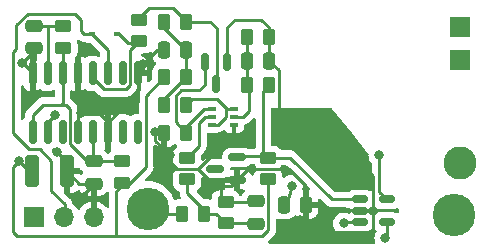
<source format=gbl>
G04 #@! TF.GenerationSoftware,KiCad,Pcbnew,5.99.0-unknown-50e22de3ba~95~ubuntu20.04.1*
G04 #@! TF.CreationDate,2021-01-20T19:31:25+09:00*
G04 #@! TF.ProjectId,OpenRover-4,4f70656e-526f-4766-9572-2d342e6b6963,rev?*
G04 #@! TF.SameCoordinates,Original*
G04 #@! TF.FileFunction,Copper,L2,Bot*
G04 #@! TF.FilePolarity,Positive*
%FSLAX46Y46*%
G04 Gerber Fmt 4.6, Leading zero omitted, Abs format (unit mm)*
G04 Created by KiCad (PCBNEW 5.99.0-unknown-50e22de3ba~95~ubuntu20.04.1) date 2021-01-20 19:31:25*
%MOMM*%
%LPD*%
G01*
G04 APERTURE LIST*
G04 Aperture macros list*
%AMRoundRect*
0 Rectangle with rounded corners*
0 $1 Rounding radius*
0 $2 $3 $4 $5 $6 $7 $8 $9 X,Y pos of 4 corners*
0 Add a 4 corners polygon primitive as box body*
4,1,4,$2,$3,$4,$5,$6,$7,$8,$9,$2,$3,0*
0 Add four circle primitives for the rounded corners*
1,1,$1+$1,$2,$3*
1,1,$1+$1,$4,$5*
1,1,$1+$1,$6,$7*
1,1,$1+$1,$8,$9*
0 Add four rect primitives between the rounded corners*
20,1,$1+$1,$2,$3,$4,$5,0*
20,1,$1+$1,$4,$5,$6,$7,0*
20,1,$1+$1,$6,$7,$8,$9,0*
20,1,$1+$1,$8,$9,$2,$3,0*%
G04 Aperture macros list end*
G04 #@! TA.AperFunction,ComponentPad*
%ADD10C,2.800000*%
G04 #@! TD*
G04 #@! TA.AperFunction,ComponentPad*
%ADD11C,3.600000*%
G04 #@! TD*
G04 #@! TA.AperFunction,ComponentPad*
%ADD12R,1.700000X1.700000*%
G04 #@! TD*
G04 #@! TA.AperFunction,ComponentPad*
%ADD13O,1.700000X1.700000*%
G04 #@! TD*
G04 #@! TA.AperFunction,SMDPad,CuDef*
%ADD14RoundRect,0.250000X-0.262500X-0.450000X0.262500X-0.450000X0.262500X0.450000X-0.262500X0.450000X0*%
G04 #@! TD*
G04 #@! TA.AperFunction,SMDPad,CuDef*
%ADD15RoundRect,0.250000X0.450000X-0.262500X0.450000X0.262500X-0.450000X0.262500X-0.450000X-0.262500X0*%
G04 #@! TD*
G04 #@! TA.AperFunction,SMDPad,CuDef*
%ADD16R,0.650000X0.400000*%
G04 #@! TD*
G04 #@! TA.AperFunction,SMDPad,CuDef*
%ADD17RoundRect,0.250000X-0.475000X0.250000X-0.475000X-0.250000X0.475000X-0.250000X0.475000X0.250000X0*%
G04 #@! TD*
G04 #@! TA.AperFunction,SMDPad,CuDef*
%ADD18RoundRect,0.250000X-0.250000X-0.475000X0.250000X-0.475000X0.250000X0.475000X-0.250000X0.475000X0*%
G04 #@! TD*
G04 #@! TA.AperFunction,SMDPad,CuDef*
%ADD19RoundRect,0.150000X-0.512500X-0.150000X0.512500X-0.150000X0.512500X0.150000X-0.512500X0.150000X0*%
G04 #@! TD*
G04 #@! TA.AperFunction,SMDPad,CuDef*
%ADD20RoundRect,0.250000X0.475000X-0.250000X0.475000X0.250000X-0.475000X0.250000X-0.475000X-0.250000X0*%
G04 #@! TD*
G04 #@! TA.AperFunction,SMDPad,CuDef*
%ADD21RoundRect,0.150000X-0.150000X0.587500X-0.150000X-0.587500X0.150000X-0.587500X0.150000X0.587500X0*%
G04 #@! TD*
G04 #@! TA.AperFunction,SMDPad,CuDef*
%ADD22RoundRect,0.250000X0.262500X0.450000X-0.262500X0.450000X-0.262500X-0.450000X0.262500X-0.450000X0*%
G04 #@! TD*
G04 #@! TA.AperFunction,SMDPad,CuDef*
%ADD23RoundRect,0.150000X-0.150000X0.825000X-0.150000X-0.825000X0.150000X-0.825000X0.150000X0.825000X0*%
G04 #@! TD*
G04 #@! TA.AperFunction,SMDPad,CuDef*
%ADD24R,0.600000X0.450000*%
G04 #@! TD*
G04 #@! TA.AperFunction,SMDPad,CuDef*
%ADD25RoundRect,0.250000X0.250000X0.475000X-0.250000X0.475000X-0.250000X-0.475000X0.250000X-0.475000X0*%
G04 #@! TD*
G04 #@! TA.AperFunction,SMDPad,CuDef*
%ADD26RoundRect,0.150000X0.587500X0.150000X-0.587500X0.150000X-0.587500X-0.150000X0.587500X-0.150000X0*%
G04 #@! TD*
G04 #@! TA.AperFunction,SMDPad,CuDef*
%ADD27RoundRect,0.250000X-0.325000X-1.100000X0.325000X-1.100000X0.325000X1.100000X-0.325000X1.100000X0*%
G04 #@! TD*
G04 #@! TA.AperFunction,SMDPad,CuDef*
%ADD28RoundRect,0.250000X-0.450000X0.262500X-0.450000X-0.262500X0.450000X-0.262500X0.450000X0.262500X0*%
G04 #@! TD*
G04 #@! TA.AperFunction,ViaPad*
%ADD29C,0.800000*%
G04 #@! TD*
G04 #@! TA.AperFunction,Conductor*
%ADD30C,0.250000*%
G04 #@! TD*
G04 APERTURE END LIST*
D10*
X164600000Y-70650000D03*
D11*
X164100000Y-75075000D03*
X138176000Y-74500000D03*
D12*
X128500000Y-75250000D03*
D13*
X131040000Y-75250000D03*
X133580000Y-75250000D03*
D12*
X164620000Y-59166000D03*
X164620000Y-61960000D03*
D14*
X141073500Y-74930000D03*
X142898500Y-74930000D03*
D15*
X135946000Y-72334000D03*
X135946000Y-70509000D03*
D16*
X145450000Y-66100000D03*
X145450000Y-66750000D03*
X145450000Y-67400000D03*
X143550000Y-67400000D03*
X143550000Y-66750000D03*
X143550000Y-66100000D03*
D14*
X139549500Y-65737500D03*
X141374500Y-65737500D03*
D17*
X133570000Y-70491500D03*
X133570000Y-72391500D03*
D18*
X146550000Y-62000000D03*
X148450000Y-62000000D03*
D15*
X131000000Y-60912500D03*
X131000000Y-59087500D03*
X144765000Y-75764000D03*
X144765000Y-73939000D03*
D19*
X156112500Y-75626000D03*
X156112500Y-74676000D03*
X156112500Y-73726000D03*
X158387500Y-73726000D03*
X158387500Y-75626000D03*
D20*
X147320000Y-75801500D03*
X147320000Y-73901500D03*
D15*
X148336000Y-72032500D03*
X148336000Y-70207500D03*
D21*
X143000000Y-62062500D03*
X144900000Y-62062500D03*
X143950000Y-63937500D03*
D22*
X141374500Y-63403000D03*
X139549500Y-63403000D03*
D18*
X149672000Y-74168000D03*
X151572000Y-74168000D03*
D22*
X148387500Y-64050000D03*
X146562500Y-64050000D03*
D15*
X137414000Y-60348500D03*
X137414000Y-58523500D03*
D14*
X139549500Y-58674000D03*
X141374500Y-58674000D03*
D23*
X128397000Y-63057000D03*
X129667000Y-63057000D03*
X130937000Y-63057000D03*
X132207000Y-63057000D03*
X133477000Y-63057000D03*
X134747000Y-63057000D03*
X136017000Y-63057000D03*
X137287000Y-63057000D03*
X137287000Y-68007000D03*
X136017000Y-68007000D03*
X134747000Y-68007000D03*
X133477000Y-68007000D03*
X132207000Y-68007000D03*
X130937000Y-68007000D03*
X129667000Y-68007000D03*
X128397000Y-68007000D03*
D24*
X135560000Y-59750000D03*
X133460000Y-59750000D03*
D14*
X146587500Y-60000000D03*
X148412500Y-60000000D03*
D25*
X141412000Y-61038500D03*
X139512000Y-61038500D03*
D26*
X145717500Y-70170000D03*
X145717500Y-72070000D03*
X143842500Y-71120000D03*
D22*
X141374500Y-68072000D03*
X139549500Y-68072000D03*
D27*
X128368000Y-71341500D03*
X131318000Y-71341500D03*
D28*
X141478000Y-70207500D03*
X141478000Y-72032500D03*
D17*
X128500000Y-59050000D03*
X128500000Y-60950000D03*
D29*
X150368000Y-72555800D03*
X132500000Y-66390200D03*
X127481000Y-62208000D03*
X138750000Y-68000000D03*
X157250000Y-74750000D03*
X130313000Y-66559400D03*
X140000000Y-70000000D03*
X153670000Y-67056000D03*
X149000000Y-67000000D03*
X137750000Y-62250000D03*
X151000000Y-75500000D03*
X130500000Y-69750000D03*
X144365000Y-72557800D03*
X132720000Y-73522100D03*
X137000000Y-65750000D03*
X127250000Y-70500000D03*
X158250000Y-77000000D03*
X154750000Y-75750000D03*
X157750000Y-70000000D03*
D30*
X149863000Y-74168000D02*
X149672000Y-74168000D01*
X150368000Y-72555800D02*
X149863000Y-74168000D01*
X129667000Y-63057000D02*
X129667000Y-59167000D01*
X129667000Y-59167000D02*
X129550000Y-59050000D01*
X131000000Y-59087500D02*
X130962500Y-59050000D01*
X130962500Y-59050000D02*
X128500000Y-59050000D01*
X136250000Y-65750000D02*
X137000000Y-65750000D01*
X142433000Y-71120000D02*
X140620000Y-71120000D01*
X145717500Y-72070400D02*
X145717500Y-72070000D01*
X139549500Y-68071500D02*
X139549500Y-68072000D01*
X130500000Y-69750000D02*
X131318000Y-70568000D01*
X157250000Y-76250000D02*
X157000000Y-76500000D01*
X138822000Y-68072000D02*
X139549500Y-68072000D01*
X145500000Y-58500000D02*
X147750000Y-58500000D01*
X138750000Y-68750000D02*
X138750000Y-68000000D01*
X137750000Y-62250000D02*
X138961500Y-61038500D01*
X153670000Y-68170000D02*
X154000000Y-68500000D01*
X133670000Y-75169500D02*
X133500500Y-75000000D01*
X152000000Y-76500000D02*
X151000000Y-75500000D01*
X134102600Y-66500000D02*
X134747000Y-67144400D01*
X138750000Y-68000000D02*
X138822000Y-68072000D01*
X128500000Y-61189000D02*
X127481000Y-62208000D01*
X137832000Y-62332000D02*
X137832000Y-62512100D01*
X134747000Y-67541800D02*
X134747000Y-68007000D01*
X130313000Y-66559400D02*
X129667000Y-67205500D01*
X132367700Y-66500000D02*
X134102600Y-66500000D01*
X145718000Y-72070000D02*
X146668000Y-71120000D01*
X153670000Y-67056000D02*
X153670000Y-68170000D01*
X137832000Y-62512100D02*
X137287000Y-63057000D01*
X131318000Y-70568000D02*
X131318000Y-71341500D01*
X144765000Y-73939000D02*
X147282000Y-73939000D01*
X144197000Y-72390000D02*
X143703000Y-72390000D01*
X148412500Y-59162500D02*
X148412500Y-60000000D01*
X157000000Y-76500000D02*
X152000000Y-76500000D01*
X140000000Y-70500000D02*
X140000000Y-70000000D01*
X148450000Y-60037500D02*
X148412500Y-60000000D01*
X145474000Y-72313900D02*
X145717500Y-72070400D01*
X147282000Y-73939000D02*
X147320000Y-73901500D01*
X153670000Y-68170000D02*
X157250000Y-71750000D01*
X145230000Y-72557800D02*
X145474000Y-72313900D01*
X137750000Y-62250000D02*
X137832000Y-62332000D01*
X143703000Y-72390000D02*
X142433000Y-71120000D01*
X139549500Y-61001000D02*
X139512000Y-61038500D01*
X156112500Y-74676000D02*
X157176000Y-74676000D01*
X151572000Y-72578000D02*
X151572000Y-74168000D01*
X157176000Y-74676000D02*
X157250000Y-74750000D01*
X132720000Y-73522100D02*
X132720000Y-73241500D01*
X127548000Y-62208000D02*
X128397000Y-63057000D01*
X148450000Y-62000000D02*
X149225020Y-62775020D01*
X149000000Y-67000000D02*
X153614000Y-67000000D01*
X151000000Y-75500000D02*
X151572000Y-74928000D01*
X132207000Y-66097200D02*
X132207000Y-63057000D01*
X144365000Y-72557800D02*
X144053000Y-72870000D01*
X149225020Y-62775020D02*
X149225020Y-66774980D01*
X127481000Y-62208000D02*
X127548000Y-62208000D01*
X132368000Y-72391500D02*
X131318000Y-71341500D01*
X147750000Y-58500000D02*
X148412500Y-59162500D01*
X128500000Y-60950000D02*
X128500000Y-61189000D01*
X133570000Y-72391500D02*
X132720000Y-72391500D01*
X144365000Y-72557800D02*
X144365000Y-73538900D01*
X140000000Y-70000000D02*
X138750000Y-68750000D01*
X134747000Y-68007000D02*
X134747000Y-67541800D01*
X146668000Y-71120000D02*
X150114000Y-71120000D01*
X129667000Y-67205500D02*
X129667000Y-68007000D01*
X139549500Y-68071500D02*
X139550000Y-68072000D01*
X144365000Y-72557800D02*
X144197000Y-72390000D01*
X137287000Y-65463000D02*
X137287000Y-63057000D01*
X144365000Y-73538900D02*
X144765000Y-73939000D01*
X145450000Y-67400000D02*
X145450000Y-68103000D01*
X145474000Y-72313900D02*
X145718000Y-72070000D01*
X132720000Y-72391500D02*
X132368000Y-72391500D01*
X151572000Y-74928000D02*
X151572000Y-74168000D01*
X149225020Y-66774980D02*
X149000000Y-67000000D01*
X140620000Y-71120000D02*
X140000000Y-70500000D01*
X132207000Y-66660700D02*
X132367700Y-66500000D01*
X138961500Y-61038500D02*
X139512000Y-61038500D01*
X132229500Y-66660700D02*
X132500000Y-66390200D01*
X132207000Y-66660700D02*
X132229500Y-66660700D01*
X134747000Y-67253000D02*
X136250000Y-65750000D01*
X157250000Y-76250000D02*
X157250000Y-74750000D01*
X132500000Y-66390200D02*
X132207000Y-66097200D01*
X137000000Y-65750000D02*
X137287000Y-65463000D01*
X132720000Y-73241500D02*
X133570000Y-72391500D01*
X153614000Y-67000000D02*
X153670000Y-67056000D01*
X132207000Y-66660700D02*
X132207000Y-68007000D01*
X157250000Y-71750000D02*
X157250000Y-74750000D01*
X144802000Y-73901500D02*
X144765000Y-73939000D01*
X134747000Y-67541800D02*
X134747000Y-67253000D01*
X144365000Y-72557800D02*
X145230000Y-72557800D01*
X139492000Y-68014000D02*
X139549500Y-68071500D01*
X145450000Y-68103000D02*
X142433000Y-71120000D01*
X133500500Y-75000000D02*
X133000000Y-75000000D01*
X150114000Y-71120000D02*
X151572000Y-72578000D01*
X134747000Y-67144400D02*
X134747000Y-67541800D01*
X144900000Y-62062500D02*
X144900000Y-59100000D01*
X148450000Y-62000000D02*
X148450000Y-60037500D01*
X144900000Y-59100000D02*
X145500000Y-58500000D01*
X135928500Y-70491500D02*
X135946000Y-70509000D01*
X128397000Y-68007000D02*
X128397000Y-66603000D01*
X133477000Y-68007000D02*
X133477000Y-70398500D01*
X132998000Y-70491500D02*
X133570000Y-70491500D01*
X130502000Y-65711400D02*
X131211400Y-65711400D01*
X130937000Y-63057000D02*
X130937000Y-62563000D01*
X130788600Y-65711400D02*
X130502000Y-65711400D01*
X131000000Y-62994000D02*
X130937000Y-63057000D01*
X130937000Y-65563000D02*
X130788600Y-65711400D01*
X131000000Y-60912500D02*
X131000000Y-62994000D01*
X131211400Y-65711400D02*
X131572000Y-66072000D01*
X133477000Y-70398500D02*
X133570000Y-70491500D01*
X130937000Y-63057000D02*
X130937000Y-65563000D01*
X133570000Y-70491500D02*
X135928500Y-70491500D01*
X131572000Y-66072000D02*
X131572000Y-69065900D01*
X128397000Y-66603000D02*
X129288600Y-65711400D01*
X131572000Y-69065900D02*
X132998000Y-70491500D01*
X129288600Y-65711400D02*
X130502000Y-65711400D01*
X148370000Y-72066500D02*
X148370000Y-76344600D01*
X136500000Y-72500000D02*
X136112000Y-72500000D01*
X128091500Y-71341500D02*
X128368000Y-71341500D01*
X127115852Y-76865852D02*
X135634148Y-76865852D01*
X139549500Y-63403000D02*
X139597000Y-63403000D01*
X139512000Y-63365500D02*
X139549500Y-63403000D01*
X139550000Y-63403000D02*
X139549700Y-63403200D01*
X135946000Y-72554000D02*
X135500000Y-73000000D01*
X127115852Y-76865852D02*
X130459552Y-76865852D01*
X135500000Y-76731704D02*
X135634148Y-76865852D01*
X148336000Y-72032500D02*
X148370000Y-72066500D01*
X148370000Y-76344600D02*
X147848748Y-76865852D01*
X135946000Y-72334000D02*
X135946000Y-72554000D01*
X128368000Y-71341500D02*
X128590000Y-71563500D01*
X138000000Y-64952500D02*
X138000000Y-71000000D01*
X126750000Y-71000000D02*
X126750000Y-76500000D01*
X139549500Y-63403000D02*
X139549700Y-63403200D01*
X138000000Y-71000000D02*
X136500000Y-72500000D01*
X127250000Y-70500000D02*
X128091500Y-71341500D01*
X147848748Y-76865852D02*
X135634148Y-76865852D01*
X126750000Y-76500000D02*
X127115852Y-76865852D01*
X148409000Y-72105800D02*
X148336000Y-72032500D01*
X135500000Y-73000000D02*
X135500000Y-76731704D01*
X138000000Y-64952500D02*
X139549500Y-63403000D01*
X128368000Y-71341500D02*
X128368000Y-71215900D01*
X135412000Y-72334000D02*
X135946000Y-72334000D01*
X136112000Y-72500000D02*
X135946000Y-72334000D01*
X127250000Y-70500000D02*
X126750000Y-71000000D01*
X137414000Y-58336000D02*
X138250000Y-57500000D01*
X137414000Y-58523500D02*
X137414000Y-58336000D01*
X137414000Y-58523500D02*
X137564000Y-58674000D01*
X143950000Y-63937500D02*
X144000000Y-63887500D01*
X144000000Y-63887500D02*
X144000000Y-59250000D01*
X138250000Y-57500000D02*
X140250000Y-57500000D01*
X141374500Y-58624500D02*
X141374500Y-58674000D01*
X144000000Y-59250000D02*
X143424000Y-58674000D01*
X141374500Y-58674000D02*
X141374000Y-58674000D01*
X143424000Y-58674000D02*
X141374500Y-58674000D01*
X140250000Y-57500000D02*
X141374500Y-58624500D01*
X141752500Y-68450000D02*
X141374500Y-68072000D01*
X142900000Y-66100000D02*
X143550000Y-66100000D01*
X141000000Y-64500000D02*
X142500000Y-64500000D01*
X142500000Y-64500000D02*
X143000000Y-64000000D01*
X141374000Y-68072000D02*
X141374000Y-67921500D01*
X141374000Y-68072000D02*
X141374500Y-68072000D01*
X143000000Y-64000000D02*
X143000000Y-62062500D01*
X143550000Y-66100000D02*
X143550000Y-66050000D01*
X140500000Y-67197500D02*
X140500000Y-65000000D01*
X140500000Y-65000000D02*
X141000000Y-64500000D01*
X141374500Y-68072000D02*
X140500000Y-67197500D01*
X141374500Y-67625500D02*
X142900000Y-66100000D01*
X141374500Y-68072000D02*
X141478000Y-68072000D01*
X141374500Y-68072000D02*
X141374500Y-67625500D01*
X141374500Y-65737500D02*
X141737500Y-65737500D01*
X144100000Y-67400000D02*
X144750000Y-66750000D01*
X143550000Y-67400000D02*
X144100000Y-67400000D01*
X144050000Y-65250000D02*
X141862000Y-65250000D01*
X141374500Y-65737500D02*
X141374000Y-65737500D01*
X144750000Y-66750000D02*
X144750000Y-66250000D01*
X144900000Y-66100000D02*
X144050000Y-65250000D01*
X144900000Y-66100000D02*
X145450000Y-66100000D01*
X144750000Y-66250000D02*
X144900000Y-66100000D01*
X141862000Y-65250000D02*
X141374500Y-65737500D01*
X158387500Y-76862500D02*
X158387500Y-75626000D01*
X158250000Y-77000000D02*
X158387500Y-76862500D01*
X143550000Y-66750000D02*
X143000000Y-66750000D01*
X142500000Y-67250000D02*
X142500000Y-69185500D01*
X142500000Y-69185500D02*
X141478000Y-70207500D01*
X143000000Y-66750000D02*
X142500000Y-67250000D01*
X142500000Y-69185500D02*
X141967750Y-69717750D01*
X150207500Y-70207500D02*
X148336000Y-70207500D01*
X148184000Y-70055500D02*
X148336000Y-70207500D01*
X147912500Y-64525000D02*
X148387500Y-64050000D01*
X148336000Y-70207500D02*
X147912500Y-69784000D01*
X145717500Y-70170000D02*
X145718000Y-70170000D01*
X147305500Y-70055500D02*
X148184000Y-70055500D01*
X145946000Y-70055500D02*
X147305500Y-70055500D01*
X145832000Y-70055500D02*
X145946000Y-70055500D01*
X153726000Y-73726000D02*
X150207500Y-70207500D01*
X147912500Y-69784000D02*
X147912500Y-64525000D01*
X156112500Y-73726000D02*
X153726000Y-73726000D01*
X145718000Y-70170000D02*
X145832000Y-70055500D01*
X135510000Y-59750000D02*
X135750000Y-59750000D01*
X136652000Y-61110500D02*
X136652000Y-64073000D01*
X135750000Y-59750000D02*
X136500000Y-60500000D01*
X137262500Y-60500000D02*
X137414000Y-60348500D01*
X133477000Y-63446700D02*
X133477000Y-63057000D01*
X134442000Y-64411900D02*
X133477000Y-63446700D01*
X137414000Y-60348500D02*
X136652000Y-61110500D01*
X136313000Y-64411900D02*
X134442000Y-64411900D01*
X136500000Y-60500000D02*
X137262500Y-60500000D01*
X136652000Y-64073000D02*
X136313000Y-64411900D01*
X129000000Y-69500000D02*
X130000000Y-70500000D01*
X132500000Y-59500000D02*
X132750000Y-59750000D01*
X126755989Y-68143989D02*
X128112000Y-69500000D01*
X132500000Y-58500000D02*
X132000000Y-58000000D01*
X132000000Y-58000000D02*
X128000000Y-58000000D01*
X132500000Y-59500000D02*
X132500000Y-58500000D01*
X127000000Y-59000000D02*
X127000000Y-61000000D01*
X132750000Y-59750000D02*
X133460000Y-59750000D01*
X131130000Y-74130000D02*
X131130000Y-75169500D01*
X126755989Y-61244011D02*
X126755989Y-68143989D01*
X130000000Y-70500000D02*
X130000000Y-73000000D01*
X127000000Y-61000000D02*
X126755989Y-61244011D01*
X134747000Y-61037000D02*
X133460000Y-59750000D01*
X128000000Y-58000000D02*
X127000000Y-59000000D01*
X128112000Y-69500000D02*
X129000000Y-69500000D01*
X130000000Y-73000000D02*
X131130000Y-74130000D01*
X134747000Y-63057000D02*
X134747000Y-61037000D01*
X138606000Y-74930000D02*
X138176000Y-74500000D01*
X138606000Y-74851500D02*
X138430000Y-74676000D01*
X141152000Y-74851500D02*
X141073500Y-74930000D01*
X141328000Y-74851500D02*
X141152000Y-74851500D01*
X141073500Y-74930000D02*
X138606000Y-74930000D01*
X164338000Y-69850000D02*
X164700000Y-70212000D01*
X164700000Y-70212000D02*
X164700000Y-70530000D01*
X146587500Y-61962500D02*
X146550000Y-62000000D01*
X146412500Y-64250000D02*
X146500000Y-64250000D01*
X146250000Y-66750000D02*
X146750000Y-66250000D01*
X146750000Y-64237500D02*
X146562500Y-64050000D01*
X146750000Y-66250000D02*
X146750000Y-64237500D01*
X146550000Y-62000000D02*
X146550000Y-64037500D01*
X146550000Y-64037500D02*
X146562500Y-64050000D01*
X146587500Y-60000000D02*
X146587500Y-61962500D01*
X145450000Y-66750000D02*
X146250000Y-66750000D01*
X154874000Y-75626000D02*
X154750000Y-75750000D01*
X156112500Y-75626000D02*
X154874000Y-75626000D01*
X139549500Y-58674000D02*
X139550000Y-58674000D01*
X141412000Y-61038500D02*
X141412000Y-63365500D01*
X141412000Y-63365500D02*
X141374300Y-63402800D01*
X139549500Y-65228000D02*
X141374500Y-63403000D01*
X141412000Y-63365500D02*
X141374500Y-63403000D01*
X139550000Y-65737500D02*
X139549700Y-65737700D01*
X141374300Y-63402800D02*
X141374000Y-63403000D01*
X141450500Y-61000000D02*
X141412000Y-61038500D01*
X141412000Y-61038500D02*
X141374000Y-61001000D01*
X139549500Y-65737500D02*
X139549700Y-65737700D01*
X139549500Y-58674000D02*
X139549500Y-58200500D01*
X141374500Y-63403000D02*
X141374300Y-63402800D01*
X139549500Y-58674000D02*
X139549500Y-59176000D01*
X141412000Y-61588000D02*
X141412000Y-61038500D01*
X139549500Y-65737500D02*
X139549500Y-65228000D01*
X139549500Y-59176000D02*
X141412000Y-61038500D01*
X157750000Y-73088500D02*
X158387500Y-73726000D01*
X157750000Y-70000000D02*
X157750000Y-73088500D01*
X142898500Y-74597500D02*
X142898500Y-74930000D01*
X142898500Y-74930000D02*
X143931000Y-74930000D01*
X141478000Y-72032500D02*
X141478000Y-73177000D01*
X144765000Y-75764000D02*
X147282000Y-75764000D01*
X141478000Y-73177000D02*
X142898500Y-74597500D01*
X143931000Y-74930000D02*
X144765000Y-75764000D01*
X147282000Y-75764000D02*
X147320000Y-75801500D01*
X144802000Y-75801500D02*
X144765000Y-75764000D01*
G04 #@! TA.AperFunction,Conductor*
G36*
X151471668Y-72370328D02*
G01*
X151488648Y-72384552D01*
X151845596Y-72741500D01*
X151879620Y-72803811D01*
X151874555Y-72874627D01*
X151851724Y-72913106D01*
X151827671Y-72940865D01*
X151826000Y-72948548D01*
X151826000Y-73895885D01*
X151830475Y-73911124D01*
X151831865Y-73912329D01*
X151839548Y-73914000D01*
X152561885Y-73914000D01*
X152577124Y-73909525D01*
X152578329Y-73908135D01*
X152580000Y-73900452D01*
X152580000Y-73780095D01*
X152600002Y-73711974D01*
X152653658Y-73665481D01*
X152723932Y-73655377D01*
X152788512Y-73684871D01*
X152795095Y-73691000D01*
X153222618Y-74118523D01*
X153229969Y-74126601D01*
X153234027Y-74132995D01*
X153239806Y-74138422D01*
X153239807Y-74138423D01*
X153282862Y-74178854D01*
X153285704Y-74181609D01*
X153306033Y-74201938D01*
X153309453Y-74204590D01*
X153318476Y-74212297D01*
X153350699Y-74242557D01*
X153357643Y-74246374D01*
X153357648Y-74246378D01*
X153368450Y-74252316D01*
X153384977Y-74263172D01*
X153400977Y-74275583D01*
X153408248Y-74278730D01*
X153408249Y-74278730D01*
X153441551Y-74293141D01*
X153452207Y-74298362D01*
X153490952Y-74319662D01*
X153498635Y-74321634D01*
X153498636Y-74321635D01*
X153510568Y-74324699D01*
X153529272Y-74331103D01*
X153540585Y-74335999D01*
X153540592Y-74336001D01*
X153547864Y-74339148D01*
X153555688Y-74340387D01*
X153555691Y-74340388D01*
X153591535Y-74346065D01*
X153603156Y-74348472D01*
X153640218Y-74357987D01*
X153645975Y-74359465D01*
X153646531Y-74359500D01*
X153666452Y-74359500D01*
X153686162Y-74361051D01*
X153698114Y-74362944D01*
X153698115Y-74362944D01*
X153705944Y-74364184D01*
X153713836Y-74363438D01*
X153749582Y-74360059D01*
X153761440Y-74359500D01*
X154846307Y-74359500D01*
X154914428Y-74379502D01*
X154945202Y-74407424D01*
X154952312Y-74416430D01*
X154969793Y-74422000D01*
X155187333Y-74422000D01*
X155243489Y-74438316D01*
X155244479Y-74436212D01*
X155394967Y-74507026D01*
X155402750Y-74508511D01*
X155402754Y-74508512D01*
X155533148Y-74533386D01*
X155533151Y-74533386D01*
X155538989Y-74534500D01*
X156664579Y-74534500D01*
X156723693Y-74527032D01*
X156782141Y-74519649D01*
X156782144Y-74519648D01*
X156790006Y-74518655D01*
X156797372Y-74515738D01*
X156797374Y-74515738D01*
X156937275Y-74460347D01*
X156937277Y-74460346D01*
X156944644Y-74457429D01*
X156960288Y-74446063D01*
X157034348Y-74422000D01*
X157256747Y-74422000D01*
X157271986Y-74417525D01*
X157285242Y-74402227D01*
X157344968Y-74363843D01*
X157415965Y-74363843D01*
X157460782Y-74387654D01*
X157505776Y-74424876D01*
X157519479Y-74436212D01*
X157526652Y-74439587D01*
X157526653Y-74439588D01*
X157544054Y-74447776D01*
X157669967Y-74507026D01*
X157677750Y-74508511D01*
X157677754Y-74508512D01*
X157808148Y-74533386D01*
X157808151Y-74533386D01*
X157813989Y-74534500D01*
X158939579Y-74534500D01*
X158998693Y-74527032D01*
X159057141Y-74519649D01*
X159057144Y-74519648D01*
X159065006Y-74518655D01*
X159072372Y-74515738D01*
X159072374Y-74515738D01*
X159156014Y-74482622D01*
X159219644Y-74457429D01*
X159224882Y-74453624D01*
X159293581Y-74438474D01*
X159360172Y-74463095D01*
X159402880Y-74519809D01*
X159410951Y-74564035D01*
X159410981Y-74591045D01*
X159411205Y-74790363D01*
X159391279Y-74858506D01*
X159337676Y-74905059D01*
X159267413Y-74915242D01*
X159231560Y-74904513D01*
X159105033Y-74844974D01*
X159097250Y-74843489D01*
X159097246Y-74843488D01*
X158966852Y-74818614D01*
X158966849Y-74818614D01*
X158961011Y-74817500D01*
X157835421Y-74817500D01*
X157776307Y-74824968D01*
X157717859Y-74832351D01*
X157717856Y-74832352D01*
X157709994Y-74833345D01*
X157702628Y-74836262D01*
X157702626Y-74836262D01*
X157562725Y-74891653D01*
X157562723Y-74891654D01*
X157555356Y-74894571D01*
X157548945Y-74899229D01*
X157548943Y-74899230D01*
X157526153Y-74915788D01*
X157453094Y-74968868D01*
X157386227Y-74992727D01*
X157317076Y-74976646D01*
X157280139Y-74945008D01*
X157272688Y-74935570D01*
X157255207Y-74930000D01*
X157037667Y-74930000D01*
X156981511Y-74913684D01*
X156980521Y-74915788D01*
X156830033Y-74844974D01*
X156822250Y-74843489D01*
X156822246Y-74843488D01*
X156691852Y-74818614D01*
X156691849Y-74818614D01*
X156686011Y-74817500D01*
X155560421Y-74817500D01*
X155501307Y-74824968D01*
X155442859Y-74832351D01*
X155442856Y-74832352D01*
X155434994Y-74833345D01*
X155427628Y-74836262D01*
X155427626Y-74836262D01*
X155287725Y-74891653D01*
X155287723Y-74891654D01*
X155280356Y-74894571D01*
X155264712Y-74905937D01*
X155190652Y-74930000D01*
X155168654Y-74930000D01*
X155117405Y-74919107D01*
X155038318Y-74883895D01*
X155038317Y-74883895D01*
X155032287Y-74881210D01*
X154938887Y-74861357D01*
X154851944Y-74842876D01*
X154851939Y-74842876D01*
X154845487Y-74841504D01*
X154654513Y-74841504D01*
X154648061Y-74842876D01*
X154648056Y-74842876D01*
X154561113Y-74861357D01*
X154467713Y-74881210D01*
X154461683Y-74883895D01*
X154461682Y-74883895D01*
X154299280Y-74956201D01*
X154299278Y-74956202D01*
X154293250Y-74958886D01*
X154287909Y-74962766D01*
X154287908Y-74962767D01*
X154144093Y-75067254D01*
X154144091Y-75067256D01*
X154138749Y-75071137D01*
X154134328Y-75076047D01*
X154134327Y-75076048D01*
X154062018Y-75156356D01*
X154010963Y-75213058D01*
X153974522Y-75276176D01*
X153923915Y-75363830D01*
X153915476Y-75378446D01*
X153856462Y-75560073D01*
X153836500Y-75750000D01*
X153837190Y-75756565D01*
X153851690Y-75894520D01*
X153856462Y-75939927D01*
X153915476Y-76121554D01*
X153918779Y-76127276D01*
X153918780Y-76127277D01*
X153936919Y-76158694D01*
X154010963Y-76286942D01*
X154015381Y-76291849D01*
X154015382Y-76291850D01*
X154116500Y-76404153D01*
X154138749Y-76428863D01*
X154144091Y-76432744D01*
X154144093Y-76432746D01*
X154277976Y-76530017D01*
X154293250Y-76541114D01*
X154299278Y-76543798D01*
X154299280Y-76543799D01*
X154461682Y-76616105D01*
X154467713Y-76618790D01*
X154542709Y-76634731D01*
X154648056Y-76657124D01*
X154648061Y-76657124D01*
X154654513Y-76658496D01*
X154845487Y-76658496D01*
X154851939Y-76657124D01*
X154851944Y-76657124D01*
X154957291Y-76634731D01*
X155032287Y-76618790D01*
X155038318Y-76616105D01*
X155200720Y-76543799D01*
X155200722Y-76543798D01*
X155206750Y-76541114D01*
X155347957Y-76438522D01*
X155414824Y-76414663D01*
X155445627Y-76416690D01*
X155533148Y-76433386D01*
X155533151Y-76433386D01*
X155538989Y-76434500D01*
X156664579Y-76434500D01*
X156723693Y-76427032D01*
X156782141Y-76419649D01*
X156782144Y-76419648D01*
X156790006Y-76418655D01*
X156797372Y-76415738D01*
X156797374Y-76415738D01*
X156937275Y-76360347D01*
X156937277Y-76360346D01*
X156944644Y-76357429D01*
X156951305Y-76352590D01*
X157072783Y-76264331D01*
X157079197Y-76259671D01*
X157153240Y-76170168D01*
X157212073Y-76130431D01*
X157283051Y-76128808D01*
X157343638Y-76165817D01*
X157352260Y-76176423D01*
X157391329Y-76230197D01*
X157481237Y-76304575D01*
X157520974Y-76363408D01*
X157522595Y-76434386D01*
X157510040Y-76464657D01*
X157481029Y-76514905D01*
X157422564Y-76616170D01*
X157415476Y-76628446D01*
X157356462Y-76810073D01*
X157336500Y-77000000D01*
X157356462Y-77189927D01*
X157358502Y-77196205D01*
X157358502Y-77196206D01*
X157391831Y-77298782D01*
X157393858Y-77369750D01*
X157357196Y-77430547D01*
X157293484Y-77461873D01*
X157272031Y-77463718D01*
X149416540Y-77465388D01*
X148449127Y-77465594D01*
X148381002Y-77445606D01*
X148334498Y-77391961D01*
X148324379Y-77321689D01*
X148353858Y-77257102D01*
X148360005Y-77250499D01*
X148762513Y-76847991D01*
X148770601Y-76840631D01*
X148776995Y-76836573D01*
X148822870Y-76787721D01*
X148825624Y-76784880D01*
X148845938Y-76764566D01*
X148848583Y-76761155D01*
X148856289Y-76752133D01*
X148881133Y-76725677D01*
X148886557Y-76719901D01*
X148890376Y-76712955D01*
X148896318Y-76702147D01*
X148907172Y-76685623D01*
X148914725Y-76675886D01*
X148914725Y-76675885D01*
X148919583Y-76669623D01*
X148937142Y-76629047D01*
X148942363Y-76618390D01*
X148963662Y-76579648D01*
X148965635Y-76571964D01*
X148968699Y-76560032D01*
X148975103Y-76541328D01*
X148979998Y-76530017D01*
X148980000Y-76530010D01*
X148983148Y-76522736D01*
X148990065Y-76479062D01*
X148992473Y-76467437D01*
X149001987Y-76430382D01*
X149001987Y-76430380D01*
X149003465Y-76424625D01*
X149003500Y-76424069D01*
X149003500Y-76404153D01*
X149005051Y-76384443D01*
X149006945Y-76372484D01*
X149008185Y-76364655D01*
X149004059Y-76321006D01*
X149003500Y-76309149D01*
X149003500Y-75478444D01*
X149023502Y-75410323D01*
X149077158Y-75363830D01*
X149147432Y-75353726D01*
X149166014Y-75357852D01*
X149259025Y-75386022D01*
X149280608Y-75392559D01*
X149280609Y-75392559D01*
X149286796Y-75394433D01*
X149293236Y-75395008D01*
X149293237Y-75395008D01*
X149363185Y-75401251D01*
X149363191Y-75401251D01*
X149365978Y-75401500D01*
X149964886Y-75401500D01*
X150060106Y-75390398D01*
X150090371Y-75386870D01*
X150090372Y-75386870D01*
X150097643Y-75386022D01*
X150104521Y-75383526D01*
X150104523Y-75383525D01*
X150256985Y-75328184D01*
X150263864Y-75325687D01*
X150379306Y-75250000D01*
X150405628Y-75232743D01*
X150405629Y-75232742D01*
X150411747Y-75228731D01*
X150416778Y-75223420D01*
X150416783Y-75223416D01*
X150531550Y-75102264D01*
X150592919Y-75066565D01*
X150663846Y-75069712D01*
X150721811Y-75110706D01*
X150728394Y-75119829D01*
X150732641Y-75126307D01*
X150741965Y-75137458D01*
X150859629Y-75248922D01*
X150871276Y-75257635D01*
X151011429Y-75339043D01*
X151024754Y-75344837D01*
X151180700Y-75392068D01*
X151193323Y-75394516D01*
X151263184Y-75400751D01*
X151268779Y-75401000D01*
X151299885Y-75401000D01*
X151315124Y-75396525D01*
X151316329Y-75395135D01*
X151318000Y-75387452D01*
X151318000Y-74435548D01*
X151826000Y-74435548D01*
X151826000Y-75382885D01*
X151830475Y-75398124D01*
X151831865Y-75399329D01*
X151839548Y-75401000D01*
X151861223Y-75401000D01*
X151868524Y-75400576D01*
X151990255Y-75386383D01*
X152004410Y-75383037D01*
X152156761Y-75327737D01*
X152169760Y-75321227D01*
X152305306Y-75232359D01*
X152316458Y-75223035D01*
X152427922Y-75105371D01*
X152436635Y-75093724D01*
X152518043Y-74953571D01*
X152523837Y-74940246D01*
X152571068Y-74784300D01*
X152573516Y-74771677D01*
X152579751Y-74701816D01*
X152580000Y-74696221D01*
X152580000Y-74440115D01*
X152575525Y-74424876D01*
X152574135Y-74423671D01*
X152566452Y-74422000D01*
X151844115Y-74422000D01*
X151828876Y-74426475D01*
X151827671Y-74427865D01*
X151826000Y-74435548D01*
X151318000Y-74435548D01*
X151318000Y-72953115D01*
X151313525Y-72937876D01*
X151287830Y-72915611D01*
X151289202Y-72914027D01*
X151280781Y-72909438D01*
X151246704Y-72847155D01*
X151249969Y-72781333D01*
X151259498Y-72752006D01*
X151259498Y-72752005D01*
X151261538Y-72745727D01*
X151281500Y-72555800D01*
X151279002Y-72532034D01*
X151274251Y-72486825D01*
X151287024Y-72416986D01*
X151335526Y-72365140D01*
X151404359Y-72347746D01*
X151471668Y-72370328D01*
G37*
G04 #@! TD.AperFunction*
G04 #@! TA.AperFunction,Conductor*
G36*
X132415089Y-71107502D02*
G01*
X132452340Y-71144416D01*
X132505254Y-71225124D01*
X132505257Y-71225127D01*
X132509269Y-71231247D01*
X132514580Y-71236278D01*
X132514584Y-71236283D01*
X132635736Y-71351050D01*
X132671435Y-71412419D01*
X132668288Y-71483346D01*
X132627294Y-71541311D01*
X132618171Y-71547894D01*
X132611693Y-71552141D01*
X132600542Y-71561465D01*
X132572260Y-71591320D01*
X132510891Y-71627018D01*
X132439964Y-71623870D01*
X132398275Y-71599892D01*
X132395135Y-71597171D01*
X132387452Y-71595500D01*
X131590115Y-71595500D01*
X131574876Y-71599975D01*
X131573671Y-71601365D01*
X131572000Y-71609048D01*
X131572000Y-73181385D01*
X131576475Y-73196624D01*
X131577865Y-73197829D01*
X131585548Y-73199500D01*
X131682223Y-73199500D01*
X131689524Y-73199076D01*
X131811255Y-73184883D01*
X131825410Y-73181537D01*
X131977761Y-73126237D01*
X131990760Y-73119727D01*
X132126306Y-73030859D01*
X132137458Y-73021535D01*
X132207117Y-72948002D01*
X132268487Y-72912304D01*
X132339413Y-72915452D01*
X132397379Y-72956446D01*
X132411254Y-72978239D01*
X132416773Y-72989261D01*
X132505641Y-73124806D01*
X132514965Y-73135958D01*
X132632629Y-73247422D01*
X132644276Y-73256135D01*
X132784429Y-73337543D01*
X132797754Y-73343337D01*
X132953700Y-73390568D01*
X132966323Y-73393016D01*
X133036184Y-73399251D01*
X133041779Y-73399500D01*
X133297885Y-73399500D01*
X133313124Y-73395025D01*
X133314329Y-73393635D01*
X133316000Y-73385952D01*
X133316000Y-72263500D01*
X133336002Y-72195379D01*
X133389658Y-72148886D01*
X133442000Y-72137500D01*
X133698000Y-72137500D01*
X133766121Y-72157502D01*
X133812614Y-72211158D01*
X133824000Y-72263500D01*
X133824000Y-73381385D01*
X133828475Y-73396624D01*
X133829865Y-73397829D01*
X133837548Y-73399500D01*
X134084223Y-73399500D01*
X134091524Y-73399076D01*
X134213255Y-73384883D01*
X134227410Y-73381537D01*
X134379761Y-73326237D01*
X134392760Y-73319727D01*
X134528306Y-73230859D01*
X134539458Y-73221535D01*
X134649027Y-73105872D01*
X134710397Y-73070174D01*
X134781323Y-73073322D01*
X134839289Y-73114315D01*
X134865890Y-73180140D01*
X134866500Y-73192525D01*
X134866500Y-74317788D01*
X134846498Y-74385909D01*
X134792842Y-74432402D01*
X134722568Y-74442506D01*
X134657988Y-74413012D01*
X134642302Y-74396738D01*
X134638559Y-74392082D01*
X134486830Y-74233030D01*
X134478873Y-74225990D01*
X134302523Y-74094782D01*
X134293486Y-74089178D01*
X134097550Y-73989559D01*
X134087699Y-73985559D01*
X133877778Y-73920378D01*
X133867396Y-73918095D01*
X133851959Y-73916049D01*
X133837792Y-73918246D01*
X133834000Y-73931430D01*
X133834000Y-75378000D01*
X133813998Y-75446121D01*
X133760342Y-75492614D01*
X133708000Y-75504000D01*
X133452000Y-75504000D01*
X133383879Y-75483998D01*
X133337386Y-75430342D01*
X133326000Y-75378000D01*
X133326000Y-73933717D01*
X133322027Y-73920186D01*
X133311420Y-73918661D01*
X133193554Y-73943391D01*
X133183358Y-73946451D01*
X132978932Y-74027182D01*
X132969396Y-74031916D01*
X132781486Y-74145942D01*
X132772896Y-74152206D01*
X132606884Y-74296264D01*
X132599464Y-74303895D01*
X132460100Y-74473860D01*
X132454079Y-74482622D01*
X132420427Y-74541739D01*
X132369344Y-74591045D01*
X132299714Y-74604906D01*
X132233643Y-74578922D01*
X132206405Y-74549773D01*
X132157886Y-74477705D01*
X132102627Y-74395626D01*
X132093358Y-74385909D01*
X132008099Y-74296535D01*
X131943482Y-74228799D01*
X131821627Y-74138136D01*
X131811469Y-74130578D01*
X131768756Y-74073867D01*
X131763172Y-74045705D01*
X131762128Y-74045870D01*
X131760888Y-74038042D01*
X131760639Y-74030117D01*
X131754988Y-74010666D01*
X131750978Y-73991304D01*
X131749433Y-73979073D01*
X131748440Y-73971212D01*
X131732166Y-73930108D01*
X131728321Y-73918878D01*
X131718198Y-73884034D01*
X131718197Y-73884032D01*
X131715986Y-73876421D01*
X131705677Y-73858989D01*
X131696980Y-73841236D01*
X131692442Y-73829775D01*
X131689522Y-73822400D01*
X131663531Y-73786626D01*
X131657016Y-73776707D01*
X131637529Y-73743758D01*
X131637527Y-73743755D01*
X131634513Y-73738659D01*
X131634145Y-73738241D01*
X131620062Y-73724158D01*
X131607228Y-73709133D01*
X131595446Y-73692917D01*
X131561664Y-73664970D01*
X131552885Y-73656981D01*
X131100905Y-73205001D01*
X131066879Y-73142689D01*
X131064000Y-73115906D01*
X131064000Y-71213500D01*
X131084002Y-71145379D01*
X131137658Y-71098886D01*
X131190000Y-71087500D01*
X132346968Y-71087500D01*
X132415089Y-71107502D01*
G37*
G04 #@! TD.AperFunction*
G04 #@! TA.AperFunction,Conductor*
G36*
X139745621Y-67838002D02*
G01*
X139792114Y-67891658D01*
X139803500Y-67944000D01*
X139803500Y-69261885D01*
X139807975Y-69277124D01*
X139809365Y-69278329D01*
X139817048Y-69280000D01*
X139851223Y-69280000D01*
X139858524Y-69279576D01*
X139980255Y-69265383D01*
X139994410Y-69262037D01*
X140146761Y-69206737D01*
X140159760Y-69200227D01*
X140295306Y-69111359D01*
X140306458Y-69102035D01*
X140368845Y-69036178D01*
X140430214Y-69000480D01*
X140501141Y-69003628D01*
X140546971Y-69031358D01*
X140632357Y-69112245D01*
X140668055Y-69173614D01*
X140664907Y-69244541D01*
X140623914Y-69302507D01*
X140614789Y-69309090D01*
X140569663Y-69338676D01*
X140538253Y-69359269D01*
X140416642Y-69487645D01*
X140327825Y-69640555D01*
X140276567Y-69809796D01*
X140275992Y-69816236D01*
X140275992Y-69816237D01*
X140275075Y-69826518D01*
X140269500Y-69888978D01*
X140269500Y-70512886D01*
X140284978Y-70645643D01*
X140287474Y-70652521D01*
X140287475Y-70652523D01*
X140318355Y-70737596D01*
X140345313Y-70811864D01*
X140442269Y-70959747D01*
X140447581Y-70964779D01*
X140513480Y-71027206D01*
X140549178Y-71088576D01*
X140546030Y-71159502D01*
X140518300Y-71205332D01*
X140416642Y-71312645D01*
X140327825Y-71465555D01*
X140276567Y-71634796D01*
X140275992Y-71641236D01*
X140275992Y-71641237D01*
X140270482Y-71702978D01*
X140269500Y-71713978D01*
X140269500Y-72337886D01*
X140284978Y-72470643D01*
X140287474Y-72477521D01*
X140287475Y-72477523D01*
X140293682Y-72494623D01*
X140345313Y-72636864D01*
X140442269Y-72784747D01*
X140570645Y-72906358D01*
X140723555Y-72995175D01*
X140753042Y-73004106D01*
X140812437Y-73042993D01*
X140841381Y-73107822D01*
X140842454Y-73120737D01*
X140844438Y-73183865D01*
X140844500Y-73187823D01*
X140844500Y-73216578D01*
X140844996Y-73220503D01*
X140844996Y-73220504D01*
X140845039Y-73220843D01*
X140845972Y-73232687D01*
X140847361Y-73276883D01*
X140853012Y-73296333D01*
X140857022Y-73315695D01*
X140859560Y-73335788D01*
X140862476Y-73343153D01*
X140862477Y-73343157D01*
X140875837Y-73376901D01*
X140879681Y-73388128D01*
X140892014Y-73430578D01*
X140896052Y-73437406D01*
X140902323Y-73448011D01*
X140911019Y-73465762D01*
X140915558Y-73477226D01*
X140918478Y-73484600D01*
X140923139Y-73491015D01*
X140944465Y-73520367D01*
X140950996Y-73530311D01*
X140951634Y-73531390D01*
X140969075Y-73600211D01*
X140946540Y-73667536D01*
X140891184Y-73711990D01*
X140843163Y-73721500D01*
X140768114Y-73721500D01*
X140672894Y-73732602D01*
X140642629Y-73736130D01*
X140642628Y-73736130D01*
X140635357Y-73736978D01*
X140576530Y-73758331D01*
X140506625Y-73783705D01*
X140435767Y-73788146D01*
X140373757Y-73753573D01*
X140344321Y-73705767D01*
X140314721Y-73618568D01*
X140314720Y-73618567D01*
X140313395Y-73614662D01*
X140239966Y-73465762D01*
X140181377Y-73346954D01*
X140181374Y-73346949D01*
X140179550Y-73343250D01*
X140011423Y-73091630D01*
X139811892Y-72864108D01*
X139584370Y-72664577D01*
X139332750Y-72496450D01*
X139329051Y-72494626D01*
X139329046Y-72494623D01*
X139171612Y-72416986D01*
X139061338Y-72362605D01*
X139057432Y-72361279D01*
X138778691Y-72266659D01*
X138778687Y-72266658D01*
X138774778Y-72265331D01*
X138770734Y-72264527D01*
X138770728Y-72264525D01*
X138482011Y-72207095D01*
X138482005Y-72207094D01*
X138477972Y-72206292D01*
X138473867Y-72206023D01*
X138473860Y-72206022D01*
X138180119Y-72186770D01*
X138176000Y-72186500D01*
X138010734Y-72197332D01*
X137941451Y-72181828D01*
X137891548Y-72131328D01*
X137876870Y-72061866D01*
X137902076Y-71995494D01*
X137913398Y-71982507D01*
X138392523Y-71503382D01*
X138400601Y-71496031D01*
X138406995Y-71491973D01*
X138452855Y-71443137D01*
X138455609Y-71440296D01*
X138475938Y-71419967D01*
X138478590Y-71416547D01*
X138486297Y-71407524D01*
X138511130Y-71381080D01*
X138516557Y-71375301D01*
X138520374Y-71368357D01*
X138520378Y-71368352D01*
X138526316Y-71357550D01*
X138537172Y-71341023D01*
X138544724Y-71331287D01*
X138549583Y-71325023D01*
X138554940Y-71312645D01*
X138567141Y-71284449D01*
X138572363Y-71273790D01*
X138575620Y-71267865D01*
X138593662Y-71235048D01*
X138596210Y-71225124D01*
X138598699Y-71215432D01*
X138605103Y-71196728D01*
X138609999Y-71185415D01*
X138610001Y-71185408D01*
X138613148Y-71178136D01*
X138616100Y-71159502D01*
X138620065Y-71134465D01*
X138622472Y-71122844D01*
X138631987Y-71085782D01*
X138631987Y-71085781D01*
X138633465Y-71080025D01*
X138633500Y-71079469D01*
X138633500Y-71059548D01*
X138635051Y-71039838D01*
X138636944Y-71027886D01*
X138636944Y-71027885D01*
X138638184Y-71020056D01*
X138634059Y-70976417D01*
X138633500Y-70964560D01*
X138633500Y-69236556D01*
X138653502Y-69168435D01*
X138707158Y-69121942D01*
X138777432Y-69111838D01*
X138829653Y-69133460D01*
X138829945Y-69132958D01*
X138833682Y-69135128D01*
X138834980Y-69135666D01*
X138836275Y-69136635D01*
X138976429Y-69218043D01*
X138989754Y-69223837D01*
X139145700Y-69271068D01*
X139158323Y-69273516D01*
X139228184Y-69279751D01*
X139233779Y-69280000D01*
X139277385Y-69280000D01*
X139292624Y-69275525D01*
X139293829Y-69274135D01*
X139295500Y-69266452D01*
X139295500Y-67944000D01*
X139315502Y-67875879D01*
X139369158Y-67829386D01*
X139421500Y-67818000D01*
X139677500Y-67818000D01*
X139745621Y-67838002D01*
G37*
G04 #@! TD.AperFunction*
G04 #@! TA.AperFunction,Conductor*
G36*
X147138528Y-70709002D02*
G01*
X147185021Y-70762658D01*
X147188846Y-70772008D01*
X147203313Y-70811864D01*
X147300269Y-70959747D01*
X147305581Y-70964779D01*
X147371480Y-71027206D01*
X147407178Y-71088576D01*
X147404030Y-71159502D01*
X147376300Y-71205332D01*
X147274642Y-71312645D01*
X147185825Y-71465555D01*
X147183704Y-71472559D01*
X147183702Y-71472563D01*
X147137432Y-71625336D01*
X147098543Y-71684734D01*
X147033714Y-71713678D01*
X146963529Y-71702978D01*
X146910270Y-71656031D01*
X146899690Y-71635196D01*
X146888910Y-71607968D01*
X146881332Y-71594184D01*
X146792966Y-71472559D01*
X146782198Y-71461092D01*
X146666361Y-71365264D01*
X146653079Y-71356835D01*
X146517055Y-71292827D01*
X146502087Y-71287964D01*
X146371824Y-71263114D01*
X146360039Y-71262000D01*
X145989615Y-71262000D01*
X145974376Y-71266475D01*
X145973171Y-71267865D01*
X145971500Y-71275548D01*
X145971500Y-72859885D01*
X145975975Y-72875124D01*
X145977365Y-72876329D01*
X145985048Y-72878000D01*
X146240892Y-72878000D01*
X146309013Y-72898002D01*
X146355506Y-72951658D01*
X146365610Y-73021932D01*
X146332365Y-73090653D01*
X146239078Y-73189129D01*
X146230365Y-73200776D01*
X146148957Y-73340929D01*
X146140241Y-73360974D01*
X146138061Y-73360026D01*
X146105423Y-73409894D01*
X146040598Y-73438848D01*
X145970411Y-73428158D01*
X145917145Y-73381220D01*
X145905269Y-73356978D01*
X145899738Y-73341741D01*
X145893227Y-73328740D01*
X145804359Y-73193194D01*
X145795035Y-73182042D01*
X145677371Y-73070578D01*
X145665724Y-73061865D01*
X145526214Y-72980830D01*
X145477356Y-72929319D01*
X145463500Y-72871876D01*
X145463500Y-72342115D01*
X145459025Y-72326876D01*
X145457635Y-72325671D01*
X145449952Y-72324000D01*
X144498253Y-72324000D01*
X144484376Y-72328075D01*
X144482339Y-72341426D01*
X144486835Y-72377016D01*
X144490746Y-72392249D01*
X144546091Y-72532034D01*
X144553668Y-72545816D01*
X144642034Y-72667441D01*
X144652802Y-72678908D01*
X144672756Y-72695415D01*
X144712494Y-72754248D01*
X144714117Y-72825226D01*
X144677108Y-72885814D01*
X144613218Y-72916775D01*
X144592441Y-72918500D01*
X144275777Y-72918500D01*
X144268476Y-72918924D01*
X144146745Y-72933117D01*
X144132590Y-72936463D01*
X143980239Y-72991763D01*
X143967240Y-72998273D01*
X143831694Y-73087141D01*
X143820542Y-73096465D01*
X143709078Y-73214129D01*
X143700365Y-73225776D01*
X143618957Y-73365929D01*
X143613163Y-73379254D01*
X143565932Y-73535200D01*
X143563484Y-73547823D01*
X143557249Y-73617684D01*
X143557000Y-73623279D01*
X143557000Y-73637741D01*
X143536998Y-73705862D01*
X143483342Y-73752355D01*
X143413068Y-73762459D01*
X143394477Y-73758331D01*
X143378768Y-73753573D01*
X143296204Y-73728567D01*
X143289764Y-73727992D01*
X143289763Y-73727992D01*
X143219815Y-73721749D01*
X143219809Y-73721749D01*
X143217022Y-73721500D01*
X142970594Y-73721500D01*
X142902473Y-73701498D01*
X142881499Y-73684595D01*
X142321853Y-73124949D01*
X142287827Y-73062637D01*
X142292892Y-72991822D01*
X142335439Y-72934986D01*
X142341844Y-72930495D01*
X142417747Y-72880731D01*
X142539358Y-72752355D01*
X142628175Y-72599445D01*
X142679433Y-72430204D01*
X142682322Y-72397838D01*
X142686251Y-72353815D01*
X142686251Y-72353809D01*
X142686500Y-72351022D01*
X142686500Y-71921784D01*
X142706502Y-71853663D01*
X142760158Y-71807170D01*
X142830432Y-71797066D01*
X142886147Y-71821746D01*
X142886677Y-71820911D01*
X142892259Y-71824453D01*
X142892816Y-71824700D01*
X142893370Y-71825159D01*
X142893374Y-71825162D01*
X142899479Y-71830212D01*
X142906652Y-71833587D01*
X142906653Y-71833588D01*
X142934667Y-71846770D01*
X143049967Y-71901026D01*
X143057750Y-71902511D01*
X143057754Y-71902512D01*
X143188148Y-71927386D01*
X143188151Y-71927386D01*
X143193989Y-71928500D01*
X144469579Y-71928500D01*
X144528693Y-71921032D01*
X144587141Y-71913649D01*
X144587144Y-71913648D01*
X144595006Y-71912655D01*
X144602372Y-71909738D01*
X144602374Y-71909738D01*
X144742275Y-71854347D01*
X144742277Y-71854346D01*
X144749644Y-71851429D01*
X144765288Y-71840063D01*
X144839348Y-71816000D01*
X145445385Y-71816000D01*
X145460624Y-71811525D01*
X145461829Y-71810135D01*
X145463500Y-71802452D01*
X145463500Y-71280115D01*
X145459025Y-71264876D01*
X145457635Y-71263671D01*
X145449952Y-71262000D01*
X145214500Y-71262000D01*
X145146379Y-71241998D01*
X145099886Y-71188342D01*
X145088500Y-71136000D01*
X145088500Y-71104500D01*
X145108502Y-71036379D01*
X145162158Y-70989886D01*
X145214500Y-70978500D01*
X146344579Y-70978500D01*
X146403693Y-70971032D01*
X146462141Y-70963649D01*
X146462144Y-70963648D01*
X146470006Y-70962655D01*
X146477372Y-70959738D01*
X146477374Y-70959738D01*
X146617275Y-70904347D01*
X146617277Y-70904346D01*
X146624644Y-70901429D01*
X146759197Y-70803671D01*
X146816267Y-70734685D01*
X146875101Y-70694946D01*
X146913352Y-70689000D01*
X147070407Y-70689000D01*
X147138528Y-70709002D01*
G37*
G04 #@! TD.AperFunction*
G04 #@! TA.AperFunction,Conductor*
G36*
X153757424Y-66020002D02*
G01*
X153787832Y-66047463D01*
X155431939Y-68110124D01*
X156816186Y-69846771D01*
X156843004Y-69912507D01*
X156842966Y-69938477D01*
X156841424Y-69953148D01*
X156836500Y-70000000D01*
X156837190Y-70006565D01*
X156847877Y-70108241D01*
X156856462Y-70189927D01*
X156915476Y-70371554D01*
X157010963Y-70536942D01*
X157015381Y-70541849D01*
X157015382Y-70541850D01*
X157084136Y-70618209D01*
X157114854Y-70682216D01*
X157116500Y-70702519D01*
X157116500Y-72881231D01*
X157096498Y-72949352D01*
X157042842Y-72995845D01*
X156972568Y-73005949D01*
X156936852Y-72995239D01*
X156900725Y-72978239D01*
X156830033Y-72944974D01*
X156822250Y-72943489D01*
X156822246Y-72943488D01*
X156691852Y-72918614D01*
X156691849Y-72918614D01*
X156686011Y-72917500D01*
X155560421Y-72917500D01*
X155501307Y-72924968D01*
X155442859Y-72932351D01*
X155442856Y-72932352D01*
X155434994Y-72933345D01*
X155427628Y-72936262D01*
X155427626Y-72936262D01*
X155287725Y-72991653D01*
X155287723Y-72991654D01*
X155280356Y-72994571D01*
X155273945Y-72999229D01*
X155273943Y-72999230D01*
X155178689Y-73068436D01*
X155104628Y-73092500D01*
X154040594Y-73092500D01*
X153972473Y-73072498D01*
X153951499Y-73055595D01*
X150710891Y-69814987D01*
X150703531Y-69806899D01*
X150699473Y-69800505D01*
X150650621Y-69754630D01*
X150647780Y-69751876D01*
X150627466Y-69731562D01*
X150624055Y-69728917D01*
X150615033Y-69721211D01*
X150588577Y-69696367D01*
X150582801Y-69690943D01*
X150575857Y-69687126D01*
X150575855Y-69687124D01*
X150565047Y-69681182D01*
X150548523Y-69670328D01*
X150538786Y-69662775D01*
X150538785Y-69662775D01*
X150532523Y-69657917D01*
X150491947Y-69640358D01*
X150481290Y-69635137D01*
X150474147Y-69631210D01*
X150442548Y-69613838D01*
X150434865Y-69611866D01*
X150434864Y-69611865D01*
X150422932Y-69608801D01*
X150404228Y-69602397D01*
X150392915Y-69597501D01*
X150392908Y-69597499D01*
X150385636Y-69594352D01*
X150377812Y-69593113D01*
X150377809Y-69593112D01*
X150341965Y-69587435D01*
X150330344Y-69585028D01*
X150293282Y-69575513D01*
X150293281Y-69575513D01*
X150287525Y-69574035D01*
X150286969Y-69574000D01*
X150267048Y-69574000D01*
X150247338Y-69572449D01*
X150235386Y-69570556D01*
X150235385Y-69570556D01*
X150227556Y-69569316D01*
X150219664Y-69570062D01*
X150183918Y-69573441D01*
X150172060Y-69574000D01*
X149517642Y-69574000D01*
X149449521Y-69553998D01*
X149412270Y-69517085D01*
X149394556Y-69490067D01*
X149371731Y-69455253D01*
X149243355Y-69333642D01*
X149090445Y-69244825D01*
X148921204Y-69193567D01*
X148914764Y-69192992D01*
X148914763Y-69192992D01*
X148844815Y-69186749D01*
X148844809Y-69186749D01*
X148842022Y-69186500D01*
X148672000Y-69186500D01*
X148603879Y-69166498D01*
X148557386Y-69112842D01*
X148546000Y-69060500D01*
X148546000Y-66126000D01*
X148566002Y-66057879D01*
X148619658Y-66011386D01*
X148672000Y-66000000D01*
X153689303Y-66000000D01*
X153757424Y-66020002D01*
G37*
G04 #@! TD.AperFunction*
G04 #@! TA.AperFunction,Conductor*
G36*
X149961027Y-70861002D02*
G01*
X149982001Y-70877905D01*
X150536305Y-71432209D01*
X150570331Y-71494521D01*
X150565266Y-71565336D01*
X150522719Y-71622172D01*
X150456199Y-71646983D01*
X150447210Y-71647304D01*
X150272513Y-71647304D01*
X150266061Y-71648676D01*
X150266056Y-71648676D01*
X150196289Y-71663506D01*
X150085713Y-71687010D01*
X150079683Y-71689695D01*
X150079682Y-71689695D01*
X149917280Y-71762001D01*
X149917278Y-71762002D01*
X149911250Y-71764686D01*
X149905909Y-71768566D01*
X149905908Y-71768567D01*
X149762093Y-71873054D01*
X149762091Y-71873056D01*
X149756749Y-71876937D01*
X149753983Y-71880009D01*
X149690802Y-71910329D01*
X149620349Y-71901564D01*
X149565818Y-71856101D01*
X149544500Y-71785975D01*
X149544500Y-71727114D01*
X149529022Y-71594357D01*
X149513699Y-71552141D01*
X149471184Y-71435015D01*
X149468687Y-71428136D01*
X149371731Y-71280253D01*
X149325315Y-71236283D01*
X149300520Y-71212794D01*
X149264822Y-71151424D01*
X149267970Y-71080498D01*
X149295700Y-71034668D01*
X149372470Y-70953628D01*
X149397358Y-70927355D01*
X149411089Y-70903715D01*
X149462599Y-70854856D01*
X149520043Y-70841000D01*
X149892906Y-70841000D01*
X149961027Y-70861002D01*
G37*
G04 #@! TD.AperFunction*
G04 #@! TA.AperFunction,Conductor*
G36*
X147197032Y-66803038D02*
G01*
X147253868Y-66845585D01*
X147278679Y-66912105D01*
X147279000Y-66921094D01*
X147279000Y-69296000D01*
X147258998Y-69364121D01*
X147205342Y-69410614D01*
X147153000Y-69422000D01*
X146608381Y-69422000D01*
X146554733Y-69410008D01*
X146534686Y-69400575D01*
X146510033Y-69388974D01*
X146502250Y-69387489D01*
X146502246Y-69387488D01*
X146371852Y-69362614D01*
X146371849Y-69362614D01*
X146366011Y-69361500D01*
X145090421Y-69361500D01*
X145031307Y-69368968D01*
X144972859Y-69376351D01*
X144972856Y-69376352D01*
X144964994Y-69377345D01*
X144957628Y-69380262D01*
X144957626Y-69380262D01*
X144817725Y-69435653D01*
X144817723Y-69435654D01*
X144810356Y-69438571D01*
X144803945Y-69443229D01*
X144803943Y-69443230D01*
X144721700Y-69502983D01*
X144675803Y-69536329D01*
X144569788Y-69664479D01*
X144566413Y-69671652D01*
X144566412Y-69671653D01*
X144562060Y-69680902D01*
X144498974Y-69814967D01*
X144497489Y-69822750D01*
X144497488Y-69822754D01*
X144480556Y-69911515D01*
X144471500Y-69958989D01*
X144471500Y-70185500D01*
X144451498Y-70253621D01*
X144397842Y-70300114D01*
X144345500Y-70311500D01*
X143215421Y-70311500D01*
X143156307Y-70318968D01*
X143097859Y-70326351D01*
X143097856Y-70326352D01*
X143089994Y-70327345D01*
X143082628Y-70330262D01*
X143082626Y-70330262D01*
X142942725Y-70385653D01*
X142942723Y-70385654D01*
X142935356Y-70388571D01*
X142899801Y-70414403D01*
X142886560Y-70424023D01*
X142819692Y-70447881D01*
X142750541Y-70431799D01*
X142701061Y-70380885D01*
X142686500Y-70322086D01*
X142686500Y-69947094D01*
X142706502Y-69878973D01*
X142723405Y-69857999D01*
X142892513Y-69688891D01*
X142900601Y-69681531D01*
X142906995Y-69677473D01*
X142922028Y-69661465D01*
X142952869Y-69628622D01*
X142955624Y-69625780D01*
X142975938Y-69605466D01*
X142978583Y-69602055D01*
X142986289Y-69593033D01*
X143002742Y-69575513D01*
X143016557Y-69560801D01*
X143020376Y-69553855D01*
X143026318Y-69543047D01*
X143037172Y-69526523D01*
X143044725Y-69516786D01*
X143044725Y-69516785D01*
X143049583Y-69510523D01*
X143056272Y-69495067D01*
X143067141Y-69469949D01*
X143072363Y-69459290D01*
X143093662Y-69420548D01*
X143095635Y-69412864D01*
X143098699Y-69400932D01*
X143105103Y-69382228D01*
X143109999Y-69370915D01*
X143110001Y-69370908D01*
X143113148Y-69363636D01*
X143115850Y-69346581D01*
X143120065Y-69319965D01*
X143122472Y-69308344D01*
X143131987Y-69271282D01*
X143131987Y-69271281D01*
X143133465Y-69265525D01*
X143133500Y-69264969D01*
X143133500Y-69245048D01*
X143135051Y-69225338D01*
X143136944Y-69213386D01*
X143136944Y-69213385D01*
X143138184Y-69205556D01*
X143134059Y-69161917D01*
X143133500Y-69150060D01*
X143133500Y-68239500D01*
X143153502Y-68171379D01*
X143207158Y-68124886D01*
X143259500Y-68113500D01*
X143875000Y-68113500D01*
X143948079Y-68108273D01*
X144042339Y-68080596D01*
X144079670Y-68069635D01*
X144079672Y-68069634D01*
X144088316Y-68067096D01*
X144112902Y-68051296D01*
X144177065Y-68031356D01*
X144191959Y-68030888D01*
X144199883Y-68030639D01*
X144219334Y-68024988D01*
X144238695Y-68020978D01*
X144241420Y-68020634D01*
X144250930Y-68019433D01*
X144250933Y-68019432D01*
X144258788Y-68018440D01*
X144266153Y-68015524D01*
X144266157Y-68015523D01*
X144299901Y-68002163D01*
X144311130Y-67998318D01*
X144353578Y-67985986D01*
X144360406Y-67981948D01*
X144371011Y-67975677D01*
X144388762Y-67966981D01*
X144400226Y-67962442D01*
X144400229Y-67962440D01*
X144407600Y-67959522D01*
X144443368Y-67933535D01*
X144453291Y-67927016D01*
X144491341Y-67904514D01*
X144491759Y-67904145D01*
X144505842Y-67890062D01*
X144520876Y-67877221D01*
X144534754Y-67867138D01*
X144601622Y-67843280D01*
X144670773Y-67859360D01*
X144714813Y-67900953D01*
X144732428Y-67928362D01*
X144744112Y-67941847D01*
X144840840Y-68025662D01*
X144855848Y-68035307D01*
X144972275Y-68088477D01*
X144989388Y-68093502D01*
X145120554Y-68112361D01*
X145129495Y-68113000D01*
X145231885Y-68113000D01*
X145247124Y-68108525D01*
X145248329Y-68107135D01*
X145250000Y-68099452D01*
X145250000Y-67589500D01*
X145270002Y-67521379D01*
X145323658Y-67474886D01*
X145376000Y-67463500D01*
X145524000Y-67463500D01*
X145592121Y-67483502D01*
X145638614Y-67537158D01*
X145650000Y-67589500D01*
X145650000Y-68094885D01*
X145654475Y-68110124D01*
X145655865Y-68111329D01*
X145663548Y-68113000D01*
X145772743Y-68113000D01*
X145777250Y-68112839D01*
X145841269Y-68108260D01*
X145854491Y-68105874D01*
X145979458Y-68069181D01*
X145995692Y-68061767D01*
X146103360Y-67992574D01*
X146116847Y-67980888D01*
X146200662Y-67884160D01*
X146210307Y-67869152D01*
X146263477Y-67752725D01*
X146268502Y-67735612D01*
X146287361Y-67604446D01*
X146288000Y-67595505D01*
X146288000Y-67494783D01*
X146308002Y-67426662D01*
X146361658Y-67380169D01*
X146398213Y-67369776D01*
X146400928Y-67369433D01*
X146400929Y-67369433D01*
X146408788Y-67368440D01*
X146416153Y-67365524D01*
X146416157Y-67365523D01*
X146449901Y-67352163D01*
X146461130Y-67348318D01*
X146503578Y-67335986D01*
X146510406Y-67331948D01*
X146521011Y-67325677D01*
X146538762Y-67316981D01*
X146550226Y-67312442D01*
X146550229Y-67312440D01*
X146557600Y-67309522D01*
X146593368Y-67283535D01*
X146603291Y-67277016D01*
X146641341Y-67254514D01*
X146641759Y-67254145D01*
X146655842Y-67240062D01*
X146670867Y-67227228D01*
X146687083Y-67215446D01*
X146715030Y-67181664D01*
X146723019Y-67172885D01*
X147063905Y-66831999D01*
X147126217Y-66797973D01*
X147197032Y-66803038D01*
G37*
G04 #@! TD.AperFunction*
G04 #@! TA.AperFunction,Conductor*
G36*
X132328256Y-60235803D02*
G01*
X132362105Y-60257021D01*
X132362506Y-60256470D01*
X132368921Y-60261131D01*
X132374699Y-60266557D01*
X132381643Y-60270374D01*
X132381648Y-60270378D01*
X132392450Y-60276316D01*
X132408977Y-60287172D01*
X132424977Y-60299583D01*
X132432248Y-60302730D01*
X132432249Y-60302730D01*
X132465551Y-60317141D01*
X132476207Y-60322362D01*
X132514952Y-60343662D01*
X132522635Y-60345634D01*
X132522636Y-60345635D01*
X132534568Y-60348699D01*
X132553272Y-60355103D01*
X132564585Y-60359999D01*
X132564592Y-60360001D01*
X132571864Y-60363148D01*
X132579688Y-60364387D01*
X132579691Y-60364388D01*
X132615535Y-60370065D01*
X132627156Y-60372472D01*
X132664218Y-60381987D01*
X132669975Y-60383465D01*
X132670531Y-60383500D01*
X132690452Y-60383500D01*
X132710162Y-60385051D01*
X132722114Y-60386944D01*
X132722115Y-60386944D01*
X132729944Y-60388184D01*
X132737836Y-60387438D01*
X132773582Y-60384059D01*
X132785440Y-60383500D01*
X132811215Y-60383500D01*
X132877864Y-60403070D01*
X132882381Y-60406984D01*
X133015330Y-60467700D01*
X133024245Y-60468982D01*
X133024246Y-60468982D01*
X133155552Y-60487861D01*
X133155559Y-60487862D01*
X133160000Y-60488500D01*
X133250406Y-60488500D01*
X133318527Y-60508502D01*
X133339501Y-60525405D01*
X134076595Y-61262499D01*
X134110621Y-61324811D01*
X134113500Y-61351594D01*
X134113500Y-61534878D01*
X134093498Y-61602999D01*
X134039842Y-61649492D01*
X133969568Y-61659596D01*
X133933852Y-61648886D01*
X133876905Y-61622089D01*
X133832033Y-61600974D01*
X133824250Y-61599489D01*
X133824246Y-61599488D01*
X133693852Y-61574614D01*
X133693849Y-61574614D01*
X133688011Y-61573500D01*
X133287421Y-61573500D01*
X133228307Y-61580968D01*
X133169859Y-61588351D01*
X133169856Y-61588352D01*
X133161994Y-61589345D01*
X133154628Y-61592262D01*
X133154626Y-61592262D01*
X133014725Y-61647653D01*
X133014723Y-61647654D01*
X133007356Y-61650571D01*
X133000945Y-61655229D01*
X133000943Y-61655230D01*
X132978153Y-61671788D01*
X132922059Y-61712543D01*
X132915382Y-61717394D01*
X132848514Y-61741253D01*
X132779363Y-61725172D01*
X132761006Y-61712543D01*
X132718361Y-61677264D01*
X132705079Y-61668835D01*
X132569055Y-61604827D01*
X132554087Y-61599964D01*
X132478794Y-61585600D01*
X132465755Y-61586871D01*
X132461000Y-61601793D01*
X132461000Y-64513747D01*
X132465075Y-64527624D01*
X132478426Y-64529661D01*
X132514016Y-64525165D01*
X132529249Y-64521254D01*
X132669034Y-64465909D01*
X132682816Y-64458332D01*
X132767809Y-64396581D01*
X132834677Y-64372722D01*
X132903829Y-64388803D01*
X132922184Y-64401432D01*
X132971479Y-64442212D01*
X133121967Y-64513026D01*
X133129750Y-64514511D01*
X133129754Y-64514512D01*
X133260148Y-64539386D01*
X133260151Y-64539386D01*
X133265989Y-64540500D01*
X133622563Y-64540500D01*
X133690684Y-64560502D01*
X133711667Y-64577414D01*
X133938569Y-64804362D01*
X133945956Y-64812480D01*
X133950027Y-64818895D01*
X133955806Y-64824322D01*
X133955807Y-64824323D01*
X133998833Y-64864728D01*
X134001681Y-64867488D01*
X134019182Y-64884992D01*
X134021985Y-64887795D01*
X134025123Y-64890229D01*
X134025122Y-64890229D01*
X134025437Y-64890474D01*
X134034438Y-64898163D01*
X134060919Y-64923030D01*
X134060922Y-64923032D01*
X134066699Y-64928457D01*
X134084414Y-64938195D01*
X134100947Y-64949057D01*
X134116920Y-64961450D01*
X134124195Y-64964599D01*
X134124200Y-64964602D01*
X134157531Y-64979030D01*
X134168178Y-64984246D01*
X134200010Y-65001746D01*
X134200013Y-65001747D01*
X134206952Y-65005562D01*
X134226533Y-65010590D01*
X134245238Y-65016995D01*
X134263801Y-65025030D01*
X134271626Y-65026270D01*
X134271629Y-65026271D01*
X134296720Y-65030247D01*
X134307512Y-65031958D01*
X134319123Y-65034363D01*
X134356216Y-65043887D01*
X134356223Y-65043888D01*
X134361975Y-65045365D01*
X134362531Y-65045400D01*
X134382406Y-65045400D01*
X134402128Y-65046953D01*
X134414053Y-65048843D01*
X134414055Y-65048843D01*
X134421879Y-65050083D01*
X134465563Y-65045958D01*
X134477409Y-65045400D01*
X136234629Y-65045400D01*
X136245463Y-65045912D01*
X136252818Y-65047557D01*
X136319806Y-65045462D01*
X136323746Y-65045400D01*
X136352578Y-65045400D01*
X136356501Y-65044904D01*
X136356506Y-65044904D01*
X136356813Y-65044865D01*
X136368662Y-65043934D01*
X136404862Y-65042802D01*
X136404863Y-65042802D01*
X136412790Y-65042554D01*
X136432304Y-65036888D01*
X136451631Y-65032887D01*
X136471788Y-65030340D01*
X136512850Y-65014083D01*
X136524084Y-65010238D01*
X136566492Y-64997924D01*
X136583978Y-64987586D01*
X136601711Y-64978900D01*
X136620600Y-64971422D01*
X136656326Y-64945466D01*
X136666261Y-64938941D01*
X136699164Y-64919488D01*
X136704267Y-64916471D01*
X136704685Y-64916103D01*
X136708127Y-64912662D01*
X136718819Y-64901974D01*
X136733831Y-64889154D01*
X136750083Y-64877346D01*
X136778000Y-64843601D01*
X136785988Y-64834824D01*
X136802782Y-64818035D01*
X137044441Y-64576446D01*
X137052571Y-64569050D01*
X137058995Y-64564973D01*
X137069740Y-64553531D01*
X137104824Y-64516171D01*
X137107589Y-64513319D01*
X137125067Y-64495845D01*
X137125073Y-64495838D01*
X137127876Y-64493036D01*
X137130558Y-64489579D01*
X137138254Y-64480570D01*
X137163131Y-64454079D01*
X137168557Y-64448301D01*
X137178289Y-64430598D01*
X137189154Y-64414061D01*
X137196677Y-64404366D01*
X137196679Y-64404362D01*
X137201535Y-64398104D01*
X137219130Y-64357463D01*
X137224330Y-64346851D01*
X137245662Y-64308048D01*
X137250687Y-64288479D01*
X137257093Y-64269773D01*
X137265122Y-64251226D01*
X137272055Y-64207494D01*
X137274459Y-64195889D01*
X137285465Y-64153025D01*
X137285500Y-64152469D01*
X137285500Y-64132609D01*
X137287054Y-64112880D01*
X137290182Y-64093150D01*
X137290182Y-64093149D01*
X137290358Y-64093177D01*
X137290659Y-64092261D01*
X137289557Y-64086529D01*
X137286057Y-64049446D01*
X137285500Y-64037606D01*
X137285500Y-62929000D01*
X137305502Y-62860879D01*
X137359158Y-62814386D01*
X137411500Y-62803000D01*
X138076885Y-62803000D01*
X138092124Y-62798525D01*
X138093329Y-62797135D01*
X138095000Y-62789452D01*
X138095000Y-62196379D01*
X138094503Y-62188489D01*
X138080165Y-62074984D01*
X138076254Y-62059751D01*
X138020909Y-61919966D01*
X138013332Y-61906184D01*
X137924966Y-61784559D01*
X137914198Y-61773092D01*
X137798361Y-61677264D01*
X137785079Y-61668835D01*
X137659002Y-61609508D01*
X137605881Y-61562406D01*
X137586658Y-61494061D01*
X137607437Y-61426173D01*
X137661620Y-61380296D01*
X137712650Y-61369500D01*
X137906886Y-61369500D01*
X138002106Y-61358398D01*
X138032371Y-61354870D01*
X138032372Y-61354870D01*
X138039643Y-61354022D01*
X138046521Y-61351526D01*
X138046523Y-61351525D01*
X138198985Y-61296184D01*
X138205864Y-61293687D01*
X138308915Y-61226124D01*
X138376851Y-61205501D01*
X138445151Y-61224881D01*
X138492131Y-61278110D01*
X138504000Y-61331496D01*
X138504000Y-61552723D01*
X138504424Y-61560024D01*
X138518617Y-61681755D01*
X138521963Y-61695910D01*
X138577263Y-61848261D01*
X138583773Y-61861260D01*
X138672641Y-61996806D01*
X138681965Y-62007958D01*
X138799629Y-62119422D01*
X138811279Y-62128138D01*
X138820828Y-62133684D01*
X138869687Y-62185194D01*
X138882941Y-62254942D01*
X138856382Y-62320784D01*
X138826628Y-62348010D01*
X138797253Y-62367269D01*
X138675642Y-62495645D01*
X138586825Y-62648555D01*
X138535567Y-62817796D01*
X138534992Y-62824236D01*
X138534992Y-62824237D01*
X138532821Y-62848567D01*
X138528500Y-62896978D01*
X138528500Y-63475906D01*
X138508498Y-63544027D01*
X138491595Y-63565001D01*
X138310095Y-63746501D01*
X138247783Y-63780527D01*
X138176968Y-63775462D01*
X138120132Y-63732915D01*
X138095321Y-63666395D01*
X138095000Y-63657406D01*
X138095000Y-63329115D01*
X138090525Y-63313876D01*
X138089135Y-63312671D01*
X138081452Y-63311000D01*
X137559115Y-63311000D01*
X137543876Y-63315475D01*
X137542671Y-63316865D01*
X137541000Y-63324548D01*
X137541000Y-64074689D01*
X137538649Y-64082695D01*
X137541000Y-64101100D01*
X137541000Y-64466020D01*
X137520998Y-64534141D01*
X137506850Y-64552273D01*
X137483443Y-64577199D01*
X137479626Y-64584143D01*
X137479624Y-64584145D01*
X137473682Y-64594953D01*
X137462828Y-64611477D01*
X137450417Y-64627477D01*
X137447270Y-64634748D01*
X137447270Y-64634749D01*
X137432859Y-64668051D01*
X137427638Y-64678707D01*
X137406338Y-64717452D01*
X137404366Y-64725135D01*
X137404365Y-64725136D01*
X137401301Y-64737068D01*
X137394897Y-64755772D01*
X137390001Y-64767085D01*
X137389999Y-64767092D01*
X137386852Y-64774364D01*
X137385613Y-64782188D01*
X137385612Y-64782191D01*
X137379935Y-64818035D01*
X137377528Y-64829656D01*
X137375122Y-64839029D01*
X137366535Y-64872475D01*
X137366500Y-64873031D01*
X137366500Y-64892952D01*
X137364949Y-64912662D01*
X137361816Y-64932444D01*
X137365777Y-64974342D01*
X137365941Y-64976082D01*
X137366500Y-64987940D01*
X137366500Y-66397500D01*
X137346498Y-66465621D01*
X137292842Y-66512114D01*
X137240500Y-66523500D01*
X137097421Y-66523500D01*
X137038307Y-66530968D01*
X136979859Y-66538351D01*
X136979856Y-66538352D01*
X136971994Y-66539345D01*
X136964628Y-66542262D01*
X136964626Y-66542262D01*
X136824725Y-66597653D01*
X136824723Y-66597654D01*
X136817356Y-66600571D01*
X136810945Y-66605229D01*
X136810943Y-66605230D01*
X136725797Y-66667092D01*
X136658929Y-66690951D01*
X136589777Y-66674870D01*
X136571421Y-66662241D01*
X136528629Y-66626841D01*
X136522521Y-66621788D01*
X136372033Y-66550974D01*
X136364250Y-66549489D01*
X136364246Y-66549488D01*
X136233852Y-66524614D01*
X136233849Y-66524614D01*
X136228011Y-66523500D01*
X135827421Y-66523500D01*
X135768307Y-66530968D01*
X135709859Y-66538351D01*
X135709856Y-66538352D01*
X135701994Y-66539345D01*
X135694628Y-66542262D01*
X135694626Y-66542262D01*
X135554725Y-66597653D01*
X135554723Y-66597654D01*
X135547356Y-66600571D01*
X135540945Y-66605229D01*
X135540943Y-66605230D01*
X135518153Y-66621788D01*
X135455798Y-66667092D01*
X135455382Y-66667394D01*
X135388514Y-66691253D01*
X135319363Y-66675172D01*
X135301006Y-66662543D01*
X135258361Y-66627264D01*
X135245079Y-66618835D01*
X135109055Y-66554827D01*
X135094087Y-66549964D01*
X135018794Y-66535600D01*
X135005755Y-66536871D01*
X135001000Y-66551793D01*
X135001000Y-69463747D01*
X135006993Y-69484157D01*
X135039785Y-69535182D01*
X135039785Y-69606179D01*
X135004873Y-69659461D01*
X135006253Y-69660769D01*
X134884642Y-69789145D01*
X134880965Y-69795476D01*
X134876581Y-69801336D01*
X134875527Y-69800547D01*
X134829571Y-69844141D01*
X134772122Y-69858000D01*
X134768446Y-69858000D01*
X134700325Y-69837998D01*
X134663075Y-69801086D01*
X134630731Y-69751753D01*
X134625420Y-69746722D01*
X134625416Y-69746717D01*
X134511474Y-69638780D01*
X134475775Y-69577411D01*
X134478073Y-69509055D01*
X134493000Y-69462207D01*
X134493000Y-66550253D01*
X134488925Y-66536376D01*
X134475574Y-66534339D01*
X134439984Y-66538835D01*
X134424751Y-66542746D01*
X134284966Y-66598091D01*
X134271184Y-66605668D01*
X134186191Y-66667419D01*
X134119323Y-66691278D01*
X134050171Y-66675197D01*
X134031814Y-66662567D01*
X133988629Y-66626841D01*
X133982521Y-66621788D01*
X133832033Y-66550974D01*
X133824250Y-66549489D01*
X133824246Y-66549488D01*
X133693852Y-66524614D01*
X133693849Y-66524614D01*
X133688011Y-66523500D01*
X133287421Y-66523500D01*
X133228307Y-66530968D01*
X133169859Y-66538351D01*
X133169856Y-66538352D01*
X133161994Y-66539345D01*
X133154628Y-66542262D01*
X133154626Y-66542262D01*
X133014725Y-66597653D01*
X133014723Y-66597654D01*
X133007356Y-66600571D01*
X133000945Y-66605229D01*
X133000943Y-66605230D01*
X132978153Y-66621788D01*
X132915798Y-66667092D01*
X132915382Y-66667394D01*
X132848514Y-66691253D01*
X132779363Y-66675172D01*
X132761006Y-66662543D01*
X132718361Y-66627264D01*
X132705079Y-66618835D01*
X132569055Y-66554827D01*
X132554087Y-66549964D01*
X132423824Y-66525114D01*
X132412039Y-66524000D01*
X132331500Y-66524000D01*
X132263379Y-66503998D01*
X132216886Y-66450342D01*
X132205500Y-66398000D01*
X132205500Y-66150383D01*
X132206014Y-66139479D01*
X132207666Y-66132088D01*
X132205562Y-66065134D01*
X132205500Y-66061176D01*
X132205500Y-66032422D01*
X132204961Y-66028155D01*
X132204027Y-66016305D01*
X132202888Y-65980040D01*
X132202639Y-65972117D01*
X132196988Y-65952666D01*
X132192978Y-65933304D01*
X132191433Y-65921073D01*
X132190440Y-65913212D01*
X132174166Y-65872108D01*
X132170321Y-65860878D01*
X132160198Y-65826034D01*
X132160197Y-65826032D01*
X132157986Y-65818421D01*
X132147677Y-65800989D01*
X132138980Y-65783236D01*
X132134442Y-65771775D01*
X132131522Y-65764400D01*
X132105531Y-65728626D01*
X132099016Y-65718707D01*
X132079529Y-65685758D01*
X132079527Y-65685755D01*
X132076513Y-65680659D01*
X132076145Y-65680241D01*
X132062062Y-65666158D01*
X132049228Y-65651133D01*
X132037446Y-65634917D01*
X132003664Y-65606970D01*
X131994885Y-65598981D01*
X131714791Y-65318887D01*
X131707431Y-65310799D01*
X131703373Y-65304405D01*
X131654521Y-65258530D01*
X131651680Y-65255776D01*
X131631366Y-65235462D01*
X131627955Y-65232817D01*
X131618931Y-65225109D01*
X131610245Y-65216952D01*
X131574281Y-65155739D01*
X131570500Y-65125104D01*
X131570500Y-64578573D01*
X131590502Y-64510452D01*
X131644158Y-64463959D01*
X131714432Y-64453855D01*
X131750148Y-64464565D01*
X131844945Y-64509173D01*
X131859913Y-64514036D01*
X131935206Y-64528400D01*
X131948245Y-64527129D01*
X131953000Y-64512207D01*
X131953000Y-61796946D01*
X131973002Y-61728825D01*
X131987527Y-61710293D01*
X132007563Y-61689143D01*
X132061358Y-61632355D01*
X132150175Y-61479445D01*
X132201433Y-61310204D01*
X132204218Y-61278998D01*
X132208251Y-61233815D01*
X132208251Y-61233809D01*
X132208500Y-61231022D01*
X132208500Y-60607114D01*
X132194671Y-60488500D01*
X132193870Y-60481629D01*
X132193870Y-60481628D01*
X132193022Y-60474357D01*
X132168567Y-60406984D01*
X132164746Y-60396457D01*
X132160305Y-60325599D01*
X132194878Y-60263589D01*
X132257487Y-60230114D01*
X132328256Y-60235803D01*
G37*
G04 #@! TD.AperFunction*
G04 #@! TA.AperFunction,Conductor*
G36*
X130363829Y-69338803D02*
G01*
X130382184Y-69351432D01*
X130431479Y-69392212D01*
X130504032Y-69426353D01*
X130557152Y-69473454D01*
X130576375Y-69541799D01*
X130555596Y-69609687D01*
X130519470Y-69645731D01*
X130509693Y-69652142D01*
X130498542Y-69661465D01*
X130387078Y-69779129D01*
X130383471Y-69783951D01*
X130326651Y-69826518D01*
X130255837Y-69831609D01*
X130193480Y-69797575D01*
X130117116Y-69721211D01*
X130037421Y-69641517D01*
X130003397Y-69579206D01*
X130008461Y-69508390D01*
X130051008Y-69451554D01*
X130080133Y-69435270D01*
X130129034Y-69415909D01*
X130142816Y-69408332D01*
X130227809Y-69346581D01*
X130294677Y-69322722D01*
X130363829Y-69338803D01*
G37*
G04 #@! TD.AperFunction*
G04 #@! TA.AperFunction,Conductor*
G36*
X128696121Y-60716002D02*
G01*
X128742614Y-60769658D01*
X128754000Y-60822000D01*
X128754000Y-61878753D01*
X128733998Y-61946874D01*
X128680342Y-61993367D01*
X128663499Y-61999649D01*
X128653876Y-62002475D01*
X128652671Y-62003865D01*
X128651000Y-62011548D01*
X128651000Y-64513747D01*
X128655075Y-64527624D01*
X128668426Y-64529661D01*
X128704016Y-64525165D01*
X128719249Y-64521254D01*
X128859034Y-64465909D01*
X128872816Y-64458332D01*
X128957809Y-64396581D01*
X129024677Y-64372722D01*
X129093829Y-64388803D01*
X129112184Y-64401432D01*
X129161479Y-64442212D01*
X129311967Y-64513026D01*
X129319750Y-64514511D01*
X129319754Y-64514512D01*
X129450148Y-64539386D01*
X129450151Y-64539386D01*
X129455989Y-64540500D01*
X129856579Y-64540500D01*
X129919637Y-64532534D01*
X129974141Y-64525649D01*
X129974144Y-64525648D01*
X129982006Y-64524655D01*
X129989372Y-64521738D01*
X129989374Y-64521738D01*
X130131116Y-64465618D01*
X130201816Y-64459139D01*
X130264796Y-64491911D01*
X130300060Y-64553531D01*
X130303500Y-64582770D01*
X130303500Y-64951900D01*
X130283498Y-65020021D01*
X130229842Y-65066514D01*
X130177500Y-65077900D01*
X129366996Y-65077900D01*
X129356082Y-65077386D01*
X129348689Y-65075733D01*
X129340764Y-65075982D01*
X129340763Y-65075982D01*
X129281716Y-65077838D01*
X129277758Y-65077900D01*
X129249022Y-65077900D01*
X129244751Y-65078439D01*
X129232922Y-65079371D01*
X129188717Y-65080761D01*
X129181101Y-65082974D01*
X129181099Y-65082974D01*
X129169261Y-65086413D01*
X129149902Y-65090422D01*
X129137679Y-65091966D01*
X129137678Y-65091966D01*
X129129812Y-65092960D01*
X129122436Y-65095880D01*
X129122437Y-65095880D01*
X129088711Y-65109232D01*
X129077482Y-65113077D01*
X129042635Y-65123201D01*
X129042634Y-65123202D01*
X129035022Y-65125413D01*
X129028199Y-65129448D01*
X129017583Y-65135726D01*
X128999831Y-65144422D01*
X128981000Y-65151878D01*
X128958581Y-65168166D01*
X128945229Y-65177867D01*
X128935311Y-65184382D01*
X128897259Y-65206886D01*
X128896841Y-65207255D01*
X128882758Y-65221338D01*
X128867733Y-65234172D01*
X128851517Y-65245954D01*
X128823571Y-65279735D01*
X128815581Y-65288515D01*
X128004487Y-66099609D01*
X127996399Y-66106969D01*
X127990005Y-66111027D01*
X127984580Y-66116804D01*
X127944131Y-66159878D01*
X127941376Y-66162720D01*
X127921062Y-66183034D01*
X127918417Y-66186445D01*
X127910713Y-66195465D01*
X127880443Y-66227699D01*
X127876626Y-66234643D01*
X127876624Y-66234645D01*
X127870682Y-66245453D01*
X127859828Y-66261977D01*
X127847417Y-66277977D01*
X127844270Y-66285248D01*
X127844270Y-66285249D01*
X127829859Y-66318551D01*
X127824638Y-66329207D01*
X127803338Y-66367952D01*
X127801366Y-66375635D01*
X127801365Y-66375636D01*
X127798301Y-66387568D01*
X127791897Y-66406272D01*
X127787001Y-66417585D01*
X127786999Y-66417592D01*
X127783852Y-66424864D01*
X127782613Y-66432688D01*
X127782612Y-66432691D01*
X127776935Y-66468535D01*
X127774528Y-66480156D01*
X127765013Y-66517218D01*
X127763535Y-66522975D01*
X127763500Y-66523531D01*
X127763500Y-66543452D01*
X127761949Y-66563162D01*
X127758816Y-66582944D01*
X127759562Y-66590836D01*
X127762941Y-66626582D01*
X127763500Y-66638440D01*
X127763500Y-66688387D01*
X127743498Y-66756508D01*
X127734585Y-66768702D01*
X127686788Y-66826479D01*
X127683413Y-66833652D01*
X127683412Y-66833653D01*
X127629497Y-66948229D01*
X127582395Y-67001350D01*
X127514050Y-67020573D01*
X127446162Y-66999794D01*
X127400285Y-66945611D01*
X127389489Y-66894581D01*
X127389489Y-64163510D01*
X127409491Y-64095389D01*
X127463147Y-64048896D01*
X127533421Y-64038792D01*
X127598001Y-64068286D01*
X127632641Y-64117126D01*
X127663091Y-64194034D01*
X127670668Y-64207816D01*
X127759034Y-64329441D01*
X127769802Y-64340908D01*
X127885639Y-64436736D01*
X127898921Y-64445165D01*
X128034945Y-64509173D01*
X128049913Y-64514036D01*
X128125206Y-64528400D01*
X128138245Y-64527129D01*
X128143000Y-64512207D01*
X128143000Y-61653247D01*
X128163002Y-61585126D01*
X128216658Y-61538633D01*
X128233501Y-61532351D01*
X128243124Y-61529525D01*
X128244329Y-61528135D01*
X128246000Y-61520452D01*
X128246000Y-60822000D01*
X128266002Y-60753879D01*
X128319658Y-60707386D01*
X128372000Y-60696000D01*
X128628000Y-60696000D01*
X128696121Y-60716002D01*
G37*
G04 #@! TD.AperFunction*
G04 #@! TA.AperFunction,Conductor*
G36*
X130520712Y-66364902D02*
G01*
X130567205Y-66418558D01*
X130577309Y-66488832D01*
X130547815Y-66553412D01*
X130498975Y-66588052D01*
X130474725Y-66597653D01*
X130474723Y-66597654D01*
X130467356Y-66600571D01*
X130460945Y-66605229D01*
X130460943Y-66605230D01*
X130438153Y-66621788D01*
X130375798Y-66667092D01*
X130375382Y-66667394D01*
X130308514Y-66691253D01*
X130239363Y-66675172D01*
X130221006Y-66662543D01*
X130178361Y-66627264D01*
X130165079Y-66618835D01*
X130092980Y-66584908D01*
X130039859Y-66537805D01*
X130020636Y-66469461D01*
X130041415Y-66401573D01*
X130095598Y-66355696D01*
X130146628Y-66344900D01*
X130452591Y-66344900D01*
X130520712Y-66364902D01*
G37*
G04 #@! TD.AperFunction*
G04 #@! TA.AperFunction,Conductor*
G36*
X127578781Y-61817252D02*
G01*
X127586004Y-61821448D01*
X127634859Y-61872961D01*
X127648109Y-61942711D01*
X127636721Y-61984045D01*
X127629498Y-61999395D01*
X127582395Y-62052517D01*
X127514051Y-62071740D01*
X127446163Y-62050961D01*
X127400285Y-61996779D01*
X127389489Y-61945748D01*
X127389489Y-61926202D01*
X127409491Y-61858081D01*
X127463147Y-61811588D01*
X127533421Y-61801484D01*
X127578781Y-61817252D01*
G37*
G04 #@! TD.AperFunction*
M02*

</source>
